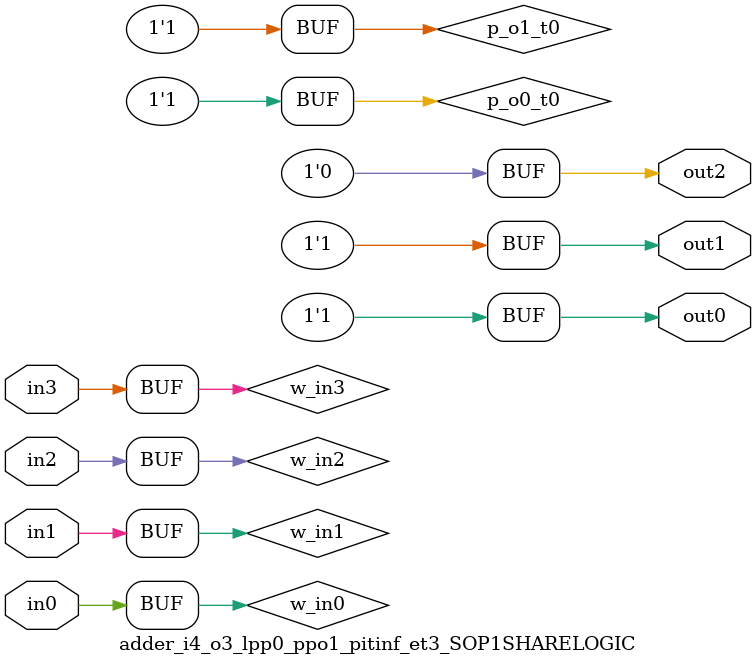
<source format=v>
module adder_i4_o3_lpp0_ppo1_pitinf_et3_SOP1SHARELOGIC (in0, in1, in2, in3, out0, out1, out2);
// declaring inputs
input in0,  in1,  in2,  in3;
// declaring outputs
output out0,  out1,  out2;
// JSON model input
wire w_in3, w_in2, w_in1, w_in0;
// JSON model output
wire w_g19, w_g26, w_g27;
//json model
wire p_o0_t0, p_o1_t0, p_o2_t0;
// JSON model input assign
assign w_in3 = in3;
assign w_in2 = in2;
assign w_in1 = in1;
assign w_in0 = in0;
//json model assigns (approximated/XPATed part)
assign p_o0_t0 = 1;
assign out0 = p_o0_t0;
assign p_o1_t0 = 1;
assign out1 = p_o1_t0;
assign out2 = 0;
endmodule
</source>
